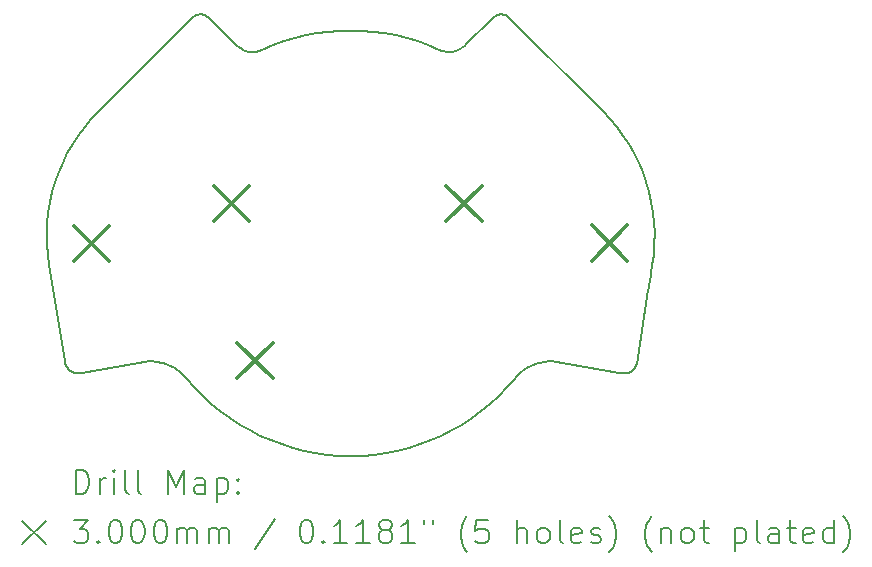
<source format=gbr>
%FSLAX45Y45*%
G04 Gerber Fmt 4.5, Leading zero omitted, Abs format (unit mm)*
G04 Created by KiCad (PCBNEW (6.0.1)) date 2022-01-25 15:54:27*
%MOMM*%
%LPD*%
G01*
G04 APERTURE LIST*
%TA.AperFunction,Profile*%
%ADD10C,0.200000*%
%TD*%
%ADD11C,0.200000*%
%ADD12C,0.300000*%
G04 APERTURE END LIST*
D10*
X10391183Y-8240162D02*
X10296903Y-8222418D01*
X7638747Y-11077176D02*
X7643880Y-11080807D01*
X9425869Y-11701792D02*
X9519904Y-11731279D01*
X8771462Y-8066735D02*
X8766852Y-8065248D01*
X8793404Y-8077603D02*
X8789193Y-8074972D01*
X9519904Y-11731279D02*
X9615616Y-11755621D01*
X10846792Y-8379784D02*
X10831788Y-8379662D01*
X12367243Y-11094750D02*
X12371529Y-11092989D01*
X12431170Y-11019607D02*
X12531170Y-10399605D01*
X7612592Y-9238739D02*
X7573534Y-9317920D01*
X7633828Y-11073305D02*
X7638747Y-11077176D01*
X8688710Y-11220713D02*
X8758468Y-11292186D01*
X11480857Y-11070506D02*
X11463149Y-11083471D01*
X9725438Y-8222418D02*
X9631157Y-8240162D01*
X9712803Y-11774720D02*
X9811261Y-11788482D01*
X11333630Y-11220713D02*
X11399670Y-11145056D01*
X7671719Y-11094709D02*
X7677611Y-11096603D01*
X12145330Y-8881067D02*
X12145330Y-8881067D01*
X7441990Y-9827816D02*
X7451317Y-9739803D01*
X8523131Y-11058557D02*
X8541484Y-11070506D01*
X8667671Y-8090416D02*
X7877010Y-8881067D01*
X8805360Y-8086870D02*
X8801496Y-8083552D01*
X12320620Y-11101137D02*
X12325502Y-11101482D01*
X7689625Y-11099487D02*
X7695724Y-11100472D01*
X12145330Y-8881067D02*
X11354670Y-8090416D01*
X8622670Y-11145056D02*
X8607994Y-11128244D01*
X9207000Y-8378408D02*
X9160614Y-8378784D01*
X9631157Y-8240162D02*
X9537703Y-8262976D01*
X12419174Y-11050724D02*
X12421459Y-11046621D01*
X12416715Y-11054701D02*
X12419174Y-11050724D01*
X12264636Y-9015598D02*
X12207192Y-8946761D01*
X10919480Y-8363814D02*
X10905468Y-8369180D01*
X9243649Y-11627765D02*
X9333716Y-11667255D01*
X7592398Y-11005774D02*
X7593932Y-11011843D01*
X8719281Y-8062960D02*
X8714572Y-8063989D01*
X11228937Y-8077603D02*
X11233147Y-8074972D01*
X12297197Y-11100910D02*
X12292543Y-11100329D01*
X7624662Y-11064886D02*
X7629131Y-11069205D01*
X11220844Y-8083552D02*
X11216981Y-8086870D01*
X8733583Y-8061244D02*
X8728795Y-8061587D01*
X8752736Y-8062159D02*
X8747966Y-8061587D01*
X8679253Y-8080463D02*
X8675265Y-8083552D01*
X11537667Y-11037790D02*
X11518161Y-11047645D01*
X12408347Y-11065835D02*
X12411295Y-11062261D01*
X12576808Y-10095116D02*
X12583315Y-10005695D01*
X11216981Y-8086870D02*
X11213250Y-8090416D01*
X12315933Y-11101449D02*
X12320620Y-11101137D01*
X7732859Y-11099850D02*
X7739030Y-11098637D01*
X12306551Y-11101536D02*
X12301868Y-11101312D01*
X12283311Y-11098637D02*
X11708231Y-10999606D01*
X7457461Y-10184561D02*
X7457461Y-10184561D01*
X10011170Y-8199604D02*
X9915651Y-8202139D01*
X7726664Y-11100742D02*
X7732859Y-11099850D01*
X7714246Y-11101574D02*
X7720456Y-11101316D01*
X10211080Y-11788482D02*
X10309537Y-11774720D01*
X8523131Y-11058557D02*
X8504179Y-11047645D01*
X12335161Y-11101485D02*
X12339926Y-11101152D01*
X7656355Y-9161810D02*
X7704749Y-9087355D01*
X8541484Y-11070506D02*
X8559191Y-11083471D01*
X10502437Y-11731279D02*
X10596472Y-11701792D01*
X10309537Y-11774720D02*
X10406724Y-11755621D01*
X10011170Y-11799606D02*
X10011170Y-11799606D01*
X8709909Y-8065248D02*
X8705298Y-8066735D01*
X12353893Y-11098869D02*
X12358419Y-11097694D01*
X8776011Y-8068451D02*
X8771462Y-8066735D01*
X11293546Y-8061587D02*
X11298316Y-8062159D01*
X12402003Y-11072550D02*
X12405248Y-11069266D01*
X8504179Y-11047645D02*
X8484673Y-11037790D01*
X8747966Y-8061587D02*
X8743177Y-8061244D01*
X7677611Y-11096603D02*
X7683584Y-11098196D01*
X12431170Y-11019607D02*
X12431170Y-11019607D01*
X10801830Y-8376010D02*
X10787004Y-8372457D01*
X10202003Y-8209743D02*
X10106690Y-8202139D01*
X10933101Y-8357387D02*
X10919480Y-8363814D01*
X12391458Y-11081473D02*
X12395102Y-11078658D01*
X11708231Y-10999606D02*
X11708231Y-10999606D01*
X7593932Y-11011843D02*
X7595765Y-11017803D01*
X12358419Y-11097694D02*
X12362871Y-11096320D01*
X12325502Y-11101482D02*
X12330351Y-11101596D01*
X11224833Y-8080463D02*
X11220844Y-8083552D01*
X7649193Y-11084171D02*
X7654645Y-11087245D01*
X12536895Y-10361712D02*
X12539543Y-10342735D01*
X7600303Y-11029356D02*
X7602995Y-11034929D01*
X12580351Y-9827816D02*
X12571024Y-9739803D01*
X11708231Y-10999606D02*
X11708231Y-10999606D01*
X7683584Y-11098196D02*
X7689625Y-11099487D01*
X7439026Y-10005695D02*
X7437869Y-9916521D01*
X8683357Y-8077603D02*
X8679253Y-8080463D01*
X10688625Y-11667255D02*
X10778691Y-11627765D01*
X12423563Y-11042396D02*
X12425481Y-11038055D01*
X8687567Y-8074972D02*
X8683357Y-8077603D01*
X8380415Y-11005136D02*
X8358535Y-11002078D01*
X7595765Y-11017803D02*
X7597891Y-11023644D01*
X12428734Y-11029039D02*
X12430057Y-11024373D01*
X8667671Y-8090416D02*
X8667671Y-8090416D01*
X8988002Y-11480535D02*
X9070588Y-11534309D01*
X12409748Y-9238739D02*
X12365986Y-9161810D01*
X11463149Y-11083471D02*
X11446131Y-11097430D01*
X10772367Y-8367736D02*
X10765138Y-8364934D01*
X9333716Y-11667255D02*
X9425869Y-11701792D01*
X11708231Y-10999606D02*
X11708231Y-10999606D01*
X9445281Y-8290860D02*
X9354098Y-8323813D01*
X8801496Y-8083552D02*
X8797508Y-8080463D01*
X8559191Y-11083471D02*
X8576209Y-11097430D01*
X8780488Y-8070396D02*
X8776011Y-8068451D01*
X8622670Y-11145056D02*
X8622670Y-11145056D01*
X7457461Y-10184561D02*
X7591171Y-10999606D01*
X11283960Y-8061129D02*
X11288757Y-8061244D01*
X10976761Y-8326693D02*
X10970971Y-8331847D01*
X8700750Y-8068451D02*
X8696273Y-8070396D01*
X8671401Y-8086870D02*
X8667671Y-8090416D01*
X7591171Y-10999606D02*
X7592398Y-11005774D01*
X12512523Y-9482145D02*
X12483088Y-9399129D01*
X8714572Y-8063989D02*
X8709909Y-8065248D01*
X7616433Y-11055630D02*
X7620427Y-11060358D01*
X11663805Y-11002078D02*
X11685922Y-11000228D01*
X11663804Y-11002078D02*
X11641925Y-11005136D01*
X11578161Y-11021341D02*
X11557682Y-11029015D01*
X7620427Y-11060358D02*
X7624662Y-11064886D01*
X12339926Y-11101152D02*
X12344640Y-11100603D01*
X10577060Y-8290860D02*
X10484638Y-8262976D01*
X11255489Y-8065248D02*
X11260152Y-8063989D01*
X11250878Y-8066735D02*
X11246330Y-8068451D01*
X12542050Y-10323738D02*
X12542050Y-10323738D01*
X9820338Y-8209743D02*
X9725438Y-8222418D01*
X7815149Y-8946761D02*
X7877010Y-8881067D01*
X12531170Y-10399605D02*
X12534105Y-10380669D01*
X7629131Y-11069205D02*
X7633828Y-11073305D01*
X8789193Y-8074972D02*
X8784885Y-8072570D01*
X11347076Y-8083552D02*
X11350939Y-8086870D01*
X8402012Y-11009380D02*
X8423282Y-11014789D01*
X9537703Y-8262976D02*
X9445281Y-8290860D01*
X11317042Y-8066735D02*
X11321591Y-8068451D01*
X12287913Y-11099572D02*
X12283311Y-11098637D01*
X12395102Y-11078658D02*
X12398619Y-11075682D01*
X7660224Y-11090028D02*
X7665920Y-11092517D01*
X11264861Y-8062960D02*
X11269604Y-8062159D01*
X8705298Y-8066735D02*
X8700750Y-8068451D01*
X12387692Y-11084123D02*
X12391458Y-11081473D01*
X12344640Y-11100603D02*
X12349298Y-11099840D01*
X10861726Y-8378784D02*
X10846792Y-8379784D01*
X11250878Y-8066735D02*
X11255489Y-8065248D01*
X11446131Y-11097430D02*
X11429848Y-11112361D01*
X11228937Y-8077603D02*
X11224833Y-8080463D01*
X8784885Y-8072570D02*
X8780488Y-8070396D01*
X8738380Y-8061129D02*
X8733583Y-8061244D01*
X7597891Y-11023644D02*
X7600303Y-11029356D01*
X7643880Y-11080807D02*
X7649193Y-11084171D01*
X12405248Y-11069266D02*
X12408347Y-11065835D01*
X10946266Y-8349909D02*
X10933101Y-8357387D01*
X12542050Y-10323738D02*
X12564880Y-10184561D01*
X10484638Y-8262976D02*
X10391183Y-8240162D01*
X8402012Y-11009380D02*
X8380415Y-11005136D01*
X8728795Y-8061587D02*
X8724024Y-8062159D01*
X9354098Y-8323813D02*
X9264360Y-8361836D01*
X10296903Y-8222418D02*
X10202003Y-8209743D01*
X8757480Y-8062960D02*
X8752736Y-8062159D01*
X10111556Y-11796809D02*
X10211080Y-11788482D01*
X7539252Y-9399129D02*
X7509818Y-9482145D01*
X7612686Y-11050714D02*
X7616433Y-11055630D01*
X7573534Y-9317920D02*
X7539252Y-9399129D01*
X12427207Y-11033601D02*
X12428734Y-11029039D01*
X11330465Y-8072570D02*
X11334773Y-8074972D01*
X8358535Y-11002078D02*
X8336418Y-11000228D01*
X12583315Y-10005695D02*
X12584472Y-9916521D01*
X9615616Y-11755621D02*
X9712803Y-11774720D01*
X12531170Y-10399605D02*
X12531170Y-10399605D01*
X11190603Y-11359378D02*
X11263873Y-11292186D01*
X7457461Y-10184561D02*
X7445533Y-10095116D01*
X11599058Y-11014789D02*
X11578161Y-11021341D01*
X11326068Y-8070396D02*
X11330465Y-8072570D01*
X8809091Y-8090416D02*
X8805360Y-8086870D01*
X7704749Y-9087355D02*
X7757704Y-9015598D01*
X11269604Y-8062159D02*
X11274375Y-8061587D01*
X9915651Y-8202139D02*
X9820338Y-8209743D01*
X11114023Y-11422193D02*
X11190603Y-11359378D01*
X10106690Y-8202139D02*
X10011170Y-8199604D01*
X10891129Y-8373471D02*
X10876527Y-8376676D01*
X11499209Y-11058557D02*
X11480857Y-11070506D01*
X8762188Y-8063989D02*
X8757480Y-8062960D01*
X8797508Y-8080463D02*
X8793404Y-8077603D01*
X11260152Y-8063989D02*
X11264861Y-8062960D01*
X7602995Y-11034929D02*
X7605961Y-11040353D01*
X11518161Y-11047645D02*
X11499209Y-11058557D01*
X11343087Y-8080463D02*
X11347076Y-8083552D01*
X11274375Y-8061587D02*
X11279163Y-8061244D01*
X10958911Y-8341391D02*
X10946266Y-8349909D01*
X8675265Y-8083552D02*
X8671401Y-8086870D01*
X8691876Y-8072570D02*
X8687567Y-8074972D01*
X8622670Y-11145056D02*
X8688710Y-11220713D01*
X11279163Y-8061244D02*
X11283960Y-8061129D01*
X10011170Y-11799606D02*
X10111556Y-11796809D01*
X12537038Y-9566745D02*
X12512523Y-9482145D01*
X12398619Y-11075682D02*
X12402003Y-11072550D01*
X12365986Y-9161810D02*
X12317591Y-9087355D01*
X9910784Y-11796809D02*
X10011170Y-11799606D01*
X8576209Y-11097430D02*
X8592492Y-11112361D01*
X7720456Y-11101316D02*
X7726664Y-11100742D01*
X12564880Y-10184561D02*
X12576808Y-10095116D01*
X11241853Y-8070396D02*
X11246330Y-8068451D01*
X11334773Y-8074972D02*
X11338984Y-8077603D01*
X10982382Y-8321286D02*
X10976761Y-8326693D01*
X10905468Y-8369180D02*
X10891129Y-8373471D01*
X10668243Y-8323813D02*
X10577060Y-8290860D01*
X10011170Y-11799606D02*
X10011170Y-11799606D01*
X12375722Y-11091042D02*
X12379818Y-11088912D01*
X12207192Y-8946761D02*
X12145330Y-8881067D01*
X11312432Y-8065248D02*
X11317042Y-8066735D01*
X12315933Y-11101449D02*
X12311241Y-11101581D01*
X10831788Y-8379662D02*
X10816780Y-8378408D01*
X7695724Y-11100472D02*
X7701868Y-11101149D01*
X8592492Y-11112361D02*
X8607994Y-11128244D01*
X11350939Y-8086870D02*
X11354670Y-8090416D01*
X8336418Y-11000228D02*
X8314110Y-10999606D01*
X7451317Y-9739803D02*
X7465778Y-9652705D01*
X11263873Y-11292186D02*
X11333630Y-11220713D01*
X8831738Y-11359378D02*
X8908317Y-11422193D01*
X12584472Y-9916521D02*
X12580351Y-9827816D01*
X8464658Y-11029015D02*
X8484673Y-11037790D01*
X11034339Y-11480535D02*
X11114023Y-11422193D01*
X11233147Y-8074972D02*
X11237456Y-8072570D01*
X11307768Y-8063989D02*
X11312432Y-8065248D01*
X12448806Y-9317920D02*
X12409748Y-9238739D01*
X7815149Y-8946761D02*
X7757704Y-9015598D01*
X12483088Y-9399129D02*
X12448806Y-9317920D01*
X8758468Y-11292186D02*
X8831738Y-11359378D01*
X7609193Y-11045618D02*
X7612686Y-11050714D01*
X8444179Y-11021341D02*
X8464658Y-11029015D01*
X12571024Y-9739803D02*
X12556562Y-9652705D01*
X11288757Y-8061244D02*
X11293546Y-8061587D01*
X12539543Y-10342735D02*
X12542050Y-10323738D01*
X12411295Y-11062261D02*
X12414086Y-11058548D01*
X11399670Y-11145056D02*
X11399670Y-11145056D01*
X9160614Y-8378784D02*
X9145814Y-8376676D01*
X12292543Y-11100329D02*
X12287913Y-11099572D01*
X12330351Y-11101596D02*
X12335161Y-11101485D01*
X11213250Y-8090416D02*
X10982382Y-8321286D01*
X11414346Y-11128244D02*
X11399670Y-11145056D01*
X11303060Y-8062960D02*
X11307768Y-8063989D01*
X9102860Y-8363814D02*
X9145814Y-8376676D01*
X12421459Y-11046621D02*
X12423563Y-11042396D01*
X8743177Y-8061244D02*
X8738380Y-8061129D01*
X8423282Y-11014789D02*
X8444179Y-11021341D01*
X11399670Y-11145056D02*
X11399670Y-11145056D01*
X12349298Y-11099840D02*
X12353893Y-11098869D01*
X12425481Y-11038055D02*
X12427207Y-11033601D01*
X12534105Y-10380669D02*
X12536895Y-10361712D01*
X10876527Y-8376676D02*
X10861726Y-8378784D01*
X7877010Y-8881067D02*
X7877010Y-8881067D01*
X12362871Y-11096320D02*
X12367243Y-11094750D01*
X9089240Y-8357387D02*
X9063430Y-8341391D01*
X7612592Y-9238739D02*
X7656355Y-9161810D01*
X11429848Y-11112361D02*
X11414346Y-11128244D01*
X7739030Y-11098637D02*
X8314110Y-10999606D01*
X7708046Y-11101518D02*
X7714246Y-11101574D01*
X7437869Y-9916521D02*
X7441990Y-9827816D01*
X10816780Y-8378408D02*
X10801830Y-8376010D01*
X11298316Y-8062159D02*
X11303060Y-8062960D01*
X10787004Y-8372457D02*
X10772367Y-8367736D01*
X9063430Y-8341391D02*
X9051370Y-8331847D01*
X9045579Y-8326693D02*
X8809091Y-8090416D01*
X10765138Y-8364934D02*
X10757981Y-8361836D01*
X10951752Y-11534309D02*
X11034339Y-11480535D01*
X9102860Y-8363814D02*
X9089240Y-8357387D01*
X11641925Y-11005136D02*
X11620327Y-11009380D01*
X11620327Y-11009380D02*
X11599058Y-11014789D01*
X11557682Y-11029015D02*
X11537667Y-11037790D01*
X10982382Y-8321286D02*
X10982382Y-8321286D01*
X7465778Y-9652705D02*
X7485302Y-9566745D01*
X9070588Y-11534309D02*
X9155872Y-11583418D01*
X11708230Y-10999606D02*
X11685921Y-11000228D01*
X7665920Y-11092517D02*
X7671719Y-11094709D01*
X10406724Y-11755621D02*
X10502437Y-11731279D01*
X12371529Y-11092989D02*
X12375722Y-11091042D01*
X10970971Y-8331847D02*
X10958911Y-8341391D01*
X11241853Y-8070396D02*
X11237456Y-8072570D01*
X12556562Y-9652705D02*
X12537038Y-9566745D01*
X9264360Y-8361836D02*
X9207000Y-8378408D01*
X11321591Y-8068451D02*
X11326068Y-8070396D01*
X12414086Y-11058548D02*
X12416715Y-11054701D01*
X12297197Y-11100910D02*
X12301868Y-11101312D01*
X12379818Y-11088912D02*
X12383810Y-11086604D01*
X9155872Y-11583418D02*
X9243649Y-11627765D01*
X9811261Y-11788482D02*
X9910784Y-11796809D01*
X7445533Y-10095116D02*
X7439026Y-10005695D01*
X12311241Y-11101581D02*
X12306551Y-11101536D01*
X10757980Y-8361836D02*
X10668243Y-8323813D01*
X10866469Y-11583418D02*
X10951752Y-11534309D01*
X11399670Y-11145056D02*
X11399670Y-11145056D01*
X10778691Y-11627765D02*
X10866469Y-11583418D01*
X10596472Y-11701792D02*
X10688625Y-11667255D01*
X9045579Y-8326693D02*
X9051370Y-8331847D01*
X7654645Y-11087245D02*
X7660224Y-11090028D01*
X7509818Y-9482145D02*
X7485302Y-9566745D01*
X12317591Y-9087355D02*
X12264636Y-9015598D01*
X7605961Y-11040353D02*
X7609193Y-11045618D01*
X11338984Y-8077603D02*
X11343087Y-8080463D01*
X12430057Y-11024373D02*
X12431170Y-11019607D01*
X8908317Y-11422193D02*
X8988002Y-11480535D01*
X8766852Y-8065248D02*
X8762188Y-8063989D01*
X8724024Y-8062159D02*
X8719281Y-8062960D01*
X12383810Y-11086604D02*
X12387692Y-11084123D01*
X7701868Y-11101149D02*
X7708046Y-11101518D01*
X8696273Y-8070396D02*
X8691876Y-8072570D01*
D11*
D12*
X7669000Y-9850000D02*
X7969000Y-10150000D01*
X7969000Y-9850000D02*
X7669000Y-10150000D01*
X8851000Y-9514000D02*
X9151000Y-9814000D01*
X9151000Y-9514000D02*
X8851000Y-9814000D01*
X9051937Y-10840571D02*
X9351937Y-11140571D01*
X9351937Y-10840571D02*
X9051937Y-11140571D01*
X10821000Y-9514000D02*
X11121000Y-9814000D01*
X11121000Y-9514000D02*
X10821000Y-9814000D01*
X12053000Y-9849000D02*
X12353000Y-10149000D01*
X12353000Y-9849000D02*
X12053000Y-10149000D01*
D11*
X7685488Y-12120082D02*
X7685488Y-11920082D01*
X7733107Y-11920082D01*
X7761678Y-11929606D01*
X7780726Y-11948654D01*
X7790250Y-11967702D01*
X7799773Y-12005797D01*
X7799773Y-12034368D01*
X7790250Y-12072463D01*
X7780726Y-12091511D01*
X7761678Y-12110559D01*
X7733107Y-12120082D01*
X7685488Y-12120082D01*
X7885488Y-12120082D02*
X7885488Y-11986749D01*
X7885488Y-12024844D02*
X7895012Y-12005797D01*
X7904535Y-11996273D01*
X7923583Y-11986749D01*
X7942631Y-11986749D01*
X8009297Y-12120082D02*
X8009297Y-11986749D01*
X8009297Y-11920082D02*
X7999773Y-11929606D01*
X8009297Y-11939130D01*
X8018821Y-11929606D01*
X8009297Y-11920082D01*
X8009297Y-11939130D01*
X8133107Y-12120082D02*
X8114059Y-12110559D01*
X8104535Y-12091511D01*
X8104535Y-11920082D01*
X8237869Y-12120082D02*
X8218821Y-12110559D01*
X8209297Y-12091511D01*
X8209297Y-11920082D01*
X8466440Y-12120082D02*
X8466440Y-11920082D01*
X8533107Y-12062940D01*
X8599774Y-11920082D01*
X8599774Y-12120082D01*
X8780726Y-12120082D02*
X8780726Y-12015321D01*
X8771202Y-11996273D01*
X8752155Y-11986749D01*
X8714059Y-11986749D01*
X8695012Y-11996273D01*
X8780726Y-12110559D02*
X8761678Y-12120082D01*
X8714059Y-12120082D01*
X8695012Y-12110559D01*
X8685488Y-12091511D01*
X8685488Y-12072463D01*
X8695012Y-12053416D01*
X8714059Y-12043892D01*
X8761678Y-12043892D01*
X8780726Y-12034368D01*
X8875964Y-11986749D02*
X8875964Y-12186749D01*
X8875964Y-11996273D02*
X8895012Y-11986749D01*
X8933107Y-11986749D01*
X8952155Y-11996273D01*
X8961678Y-12005797D01*
X8971202Y-12024844D01*
X8971202Y-12081987D01*
X8961678Y-12101035D01*
X8952155Y-12110559D01*
X8933107Y-12120082D01*
X8895012Y-12120082D01*
X8875964Y-12110559D01*
X9056916Y-12101035D02*
X9066440Y-12110559D01*
X9056916Y-12120082D01*
X9047393Y-12110559D01*
X9056916Y-12101035D01*
X9056916Y-12120082D01*
X9056916Y-11996273D02*
X9066440Y-12005797D01*
X9056916Y-12015321D01*
X9047393Y-12005797D01*
X9056916Y-11996273D01*
X9056916Y-12015321D01*
X7227869Y-12349606D02*
X7427869Y-12549606D01*
X7427869Y-12349606D02*
X7227869Y-12549606D01*
X7666440Y-12340082D02*
X7790250Y-12340082D01*
X7723583Y-12416273D01*
X7752154Y-12416273D01*
X7771202Y-12425797D01*
X7780726Y-12435321D01*
X7790250Y-12454368D01*
X7790250Y-12501987D01*
X7780726Y-12521035D01*
X7771202Y-12530559D01*
X7752154Y-12540082D01*
X7695012Y-12540082D01*
X7675964Y-12530559D01*
X7666440Y-12521035D01*
X7875964Y-12521035D02*
X7885488Y-12530559D01*
X7875964Y-12540082D01*
X7866440Y-12530559D01*
X7875964Y-12521035D01*
X7875964Y-12540082D01*
X8009297Y-12340082D02*
X8028345Y-12340082D01*
X8047393Y-12349606D01*
X8056916Y-12359130D01*
X8066440Y-12378178D01*
X8075964Y-12416273D01*
X8075964Y-12463892D01*
X8066440Y-12501987D01*
X8056916Y-12521035D01*
X8047393Y-12530559D01*
X8028345Y-12540082D01*
X8009297Y-12540082D01*
X7990250Y-12530559D01*
X7980726Y-12521035D01*
X7971202Y-12501987D01*
X7961678Y-12463892D01*
X7961678Y-12416273D01*
X7971202Y-12378178D01*
X7980726Y-12359130D01*
X7990250Y-12349606D01*
X8009297Y-12340082D01*
X8199773Y-12340082D02*
X8218821Y-12340082D01*
X8237869Y-12349606D01*
X8247393Y-12359130D01*
X8256916Y-12378178D01*
X8266440Y-12416273D01*
X8266440Y-12463892D01*
X8256916Y-12501987D01*
X8247393Y-12521035D01*
X8237869Y-12530559D01*
X8218821Y-12540082D01*
X8199773Y-12540082D01*
X8180726Y-12530559D01*
X8171202Y-12521035D01*
X8161678Y-12501987D01*
X8152154Y-12463892D01*
X8152154Y-12416273D01*
X8161678Y-12378178D01*
X8171202Y-12359130D01*
X8180726Y-12349606D01*
X8199773Y-12340082D01*
X8390250Y-12340082D02*
X8409297Y-12340082D01*
X8428345Y-12349606D01*
X8437869Y-12359130D01*
X8447393Y-12378178D01*
X8456916Y-12416273D01*
X8456916Y-12463892D01*
X8447393Y-12501987D01*
X8437869Y-12521035D01*
X8428345Y-12530559D01*
X8409297Y-12540082D01*
X8390250Y-12540082D01*
X8371202Y-12530559D01*
X8361678Y-12521035D01*
X8352154Y-12501987D01*
X8342631Y-12463892D01*
X8342631Y-12416273D01*
X8352154Y-12378178D01*
X8361678Y-12359130D01*
X8371202Y-12349606D01*
X8390250Y-12340082D01*
X8542631Y-12540082D02*
X8542631Y-12406749D01*
X8542631Y-12425797D02*
X8552155Y-12416273D01*
X8571202Y-12406749D01*
X8599774Y-12406749D01*
X8618821Y-12416273D01*
X8628345Y-12435321D01*
X8628345Y-12540082D01*
X8628345Y-12435321D02*
X8637869Y-12416273D01*
X8656916Y-12406749D01*
X8685488Y-12406749D01*
X8704535Y-12416273D01*
X8714059Y-12435321D01*
X8714059Y-12540082D01*
X8809297Y-12540082D02*
X8809297Y-12406749D01*
X8809297Y-12425797D02*
X8818821Y-12416273D01*
X8837869Y-12406749D01*
X8866440Y-12406749D01*
X8885488Y-12416273D01*
X8895012Y-12435321D01*
X8895012Y-12540082D01*
X8895012Y-12435321D02*
X8904535Y-12416273D01*
X8923583Y-12406749D01*
X8952155Y-12406749D01*
X8971202Y-12416273D01*
X8980726Y-12435321D01*
X8980726Y-12540082D01*
X9371202Y-12330559D02*
X9199774Y-12587702D01*
X9628345Y-12340082D02*
X9647393Y-12340082D01*
X9666440Y-12349606D01*
X9675964Y-12359130D01*
X9685488Y-12378178D01*
X9695012Y-12416273D01*
X9695012Y-12463892D01*
X9685488Y-12501987D01*
X9675964Y-12521035D01*
X9666440Y-12530559D01*
X9647393Y-12540082D01*
X9628345Y-12540082D01*
X9609297Y-12530559D01*
X9599774Y-12521035D01*
X9590250Y-12501987D01*
X9580726Y-12463892D01*
X9580726Y-12416273D01*
X9590250Y-12378178D01*
X9599774Y-12359130D01*
X9609297Y-12349606D01*
X9628345Y-12340082D01*
X9780726Y-12521035D02*
X9790250Y-12530559D01*
X9780726Y-12540082D01*
X9771202Y-12530559D01*
X9780726Y-12521035D01*
X9780726Y-12540082D01*
X9980726Y-12540082D02*
X9866440Y-12540082D01*
X9923583Y-12540082D02*
X9923583Y-12340082D01*
X9904535Y-12368654D01*
X9885488Y-12387702D01*
X9866440Y-12397225D01*
X10171202Y-12540082D02*
X10056916Y-12540082D01*
X10114059Y-12540082D02*
X10114059Y-12340082D01*
X10095012Y-12368654D01*
X10075964Y-12387702D01*
X10056916Y-12397225D01*
X10285488Y-12425797D02*
X10266440Y-12416273D01*
X10256916Y-12406749D01*
X10247393Y-12387702D01*
X10247393Y-12378178D01*
X10256916Y-12359130D01*
X10266440Y-12349606D01*
X10285488Y-12340082D01*
X10323583Y-12340082D01*
X10342631Y-12349606D01*
X10352155Y-12359130D01*
X10361678Y-12378178D01*
X10361678Y-12387702D01*
X10352155Y-12406749D01*
X10342631Y-12416273D01*
X10323583Y-12425797D01*
X10285488Y-12425797D01*
X10266440Y-12435321D01*
X10256916Y-12444844D01*
X10247393Y-12463892D01*
X10247393Y-12501987D01*
X10256916Y-12521035D01*
X10266440Y-12530559D01*
X10285488Y-12540082D01*
X10323583Y-12540082D01*
X10342631Y-12530559D01*
X10352155Y-12521035D01*
X10361678Y-12501987D01*
X10361678Y-12463892D01*
X10352155Y-12444844D01*
X10342631Y-12435321D01*
X10323583Y-12425797D01*
X10552155Y-12540082D02*
X10437869Y-12540082D01*
X10495012Y-12540082D02*
X10495012Y-12340082D01*
X10475964Y-12368654D01*
X10456916Y-12387702D01*
X10437869Y-12397225D01*
X10628345Y-12340082D02*
X10628345Y-12378178D01*
X10704535Y-12340082D02*
X10704535Y-12378178D01*
X10999774Y-12616273D02*
X10990250Y-12606749D01*
X10971202Y-12578178D01*
X10961678Y-12559130D01*
X10952155Y-12530559D01*
X10942631Y-12482940D01*
X10942631Y-12444844D01*
X10952155Y-12397225D01*
X10961678Y-12368654D01*
X10971202Y-12349606D01*
X10990250Y-12321035D01*
X10999774Y-12311511D01*
X11171202Y-12340082D02*
X11075964Y-12340082D01*
X11066440Y-12435321D01*
X11075964Y-12425797D01*
X11095012Y-12416273D01*
X11142631Y-12416273D01*
X11161678Y-12425797D01*
X11171202Y-12435321D01*
X11180726Y-12454368D01*
X11180726Y-12501987D01*
X11171202Y-12521035D01*
X11161678Y-12530559D01*
X11142631Y-12540082D01*
X11095012Y-12540082D01*
X11075964Y-12530559D01*
X11066440Y-12521035D01*
X11418821Y-12540082D02*
X11418821Y-12340082D01*
X11504535Y-12540082D02*
X11504535Y-12435321D01*
X11495012Y-12416273D01*
X11475964Y-12406749D01*
X11447393Y-12406749D01*
X11428345Y-12416273D01*
X11418821Y-12425797D01*
X11628345Y-12540082D02*
X11609297Y-12530559D01*
X11599773Y-12521035D01*
X11590250Y-12501987D01*
X11590250Y-12444844D01*
X11599773Y-12425797D01*
X11609297Y-12416273D01*
X11628345Y-12406749D01*
X11656916Y-12406749D01*
X11675964Y-12416273D01*
X11685488Y-12425797D01*
X11695012Y-12444844D01*
X11695012Y-12501987D01*
X11685488Y-12521035D01*
X11675964Y-12530559D01*
X11656916Y-12540082D01*
X11628345Y-12540082D01*
X11809297Y-12540082D02*
X11790250Y-12530559D01*
X11780726Y-12511511D01*
X11780726Y-12340082D01*
X11961678Y-12530559D02*
X11942631Y-12540082D01*
X11904535Y-12540082D01*
X11885488Y-12530559D01*
X11875964Y-12511511D01*
X11875964Y-12435321D01*
X11885488Y-12416273D01*
X11904535Y-12406749D01*
X11942631Y-12406749D01*
X11961678Y-12416273D01*
X11971202Y-12435321D01*
X11971202Y-12454368D01*
X11875964Y-12473416D01*
X12047393Y-12530559D02*
X12066440Y-12540082D01*
X12104535Y-12540082D01*
X12123583Y-12530559D01*
X12133107Y-12511511D01*
X12133107Y-12501987D01*
X12123583Y-12482940D01*
X12104535Y-12473416D01*
X12075964Y-12473416D01*
X12056916Y-12463892D01*
X12047393Y-12444844D01*
X12047393Y-12435321D01*
X12056916Y-12416273D01*
X12075964Y-12406749D01*
X12104535Y-12406749D01*
X12123583Y-12416273D01*
X12199773Y-12616273D02*
X12209297Y-12606749D01*
X12228345Y-12578178D01*
X12237869Y-12559130D01*
X12247393Y-12530559D01*
X12256916Y-12482940D01*
X12256916Y-12444844D01*
X12247393Y-12397225D01*
X12237869Y-12368654D01*
X12228345Y-12349606D01*
X12209297Y-12321035D01*
X12199773Y-12311511D01*
X12561678Y-12616273D02*
X12552154Y-12606749D01*
X12533107Y-12578178D01*
X12523583Y-12559130D01*
X12514059Y-12530559D01*
X12504535Y-12482940D01*
X12504535Y-12444844D01*
X12514059Y-12397225D01*
X12523583Y-12368654D01*
X12533107Y-12349606D01*
X12552154Y-12321035D01*
X12561678Y-12311511D01*
X12637869Y-12406749D02*
X12637869Y-12540082D01*
X12637869Y-12425797D02*
X12647393Y-12416273D01*
X12666440Y-12406749D01*
X12695012Y-12406749D01*
X12714059Y-12416273D01*
X12723583Y-12435321D01*
X12723583Y-12540082D01*
X12847393Y-12540082D02*
X12828345Y-12530559D01*
X12818821Y-12521035D01*
X12809297Y-12501987D01*
X12809297Y-12444844D01*
X12818821Y-12425797D01*
X12828345Y-12416273D01*
X12847393Y-12406749D01*
X12875964Y-12406749D01*
X12895012Y-12416273D01*
X12904535Y-12425797D01*
X12914059Y-12444844D01*
X12914059Y-12501987D01*
X12904535Y-12521035D01*
X12895012Y-12530559D01*
X12875964Y-12540082D01*
X12847393Y-12540082D01*
X12971202Y-12406749D02*
X13047393Y-12406749D01*
X12999773Y-12340082D02*
X12999773Y-12511511D01*
X13009297Y-12530559D01*
X13028345Y-12540082D01*
X13047393Y-12540082D01*
X13266440Y-12406749D02*
X13266440Y-12606749D01*
X13266440Y-12416273D02*
X13285488Y-12406749D01*
X13323583Y-12406749D01*
X13342631Y-12416273D01*
X13352154Y-12425797D01*
X13361678Y-12444844D01*
X13361678Y-12501987D01*
X13352154Y-12521035D01*
X13342631Y-12530559D01*
X13323583Y-12540082D01*
X13285488Y-12540082D01*
X13266440Y-12530559D01*
X13475964Y-12540082D02*
X13456916Y-12530559D01*
X13447393Y-12511511D01*
X13447393Y-12340082D01*
X13637869Y-12540082D02*
X13637869Y-12435321D01*
X13628345Y-12416273D01*
X13609297Y-12406749D01*
X13571202Y-12406749D01*
X13552154Y-12416273D01*
X13637869Y-12530559D02*
X13618821Y-12540082D01*
X13571202Y-12540082D01*
X13552154Y-12530559D01*
X13542631Y-12511511D01*
X13542631Y-12492463D01*
X13552154Y-12473416D01*
X13571202Y-12463892D01*
X13618821Y-12463892D01*
X13637869Y-12454368D01*
X13704535Y-12406749D02*
X13780726Y-12406749D01*
X13733107Y-12340082D02*
X13733107Y-12511511D01*
X13742631Y-12530559D01*
X13761678Y-12540082D01*
X13780726Y-12540082D01*
X13923583Y-12530559D02*
X13904535Y-12540082D01*
X13866440Y-12540082D01*
X13847393Y-12530559D01*
X13837869Y-12511511D01*
X13837869Y-12435321D01*
X13847393Y-12416273D01*
X13866440Y-12406749D01*
X13904535Y-12406749D01*
X13923583Y-12416273D01*
X13933107Y-12435321D01*
X13933107Y-12454368D01*
X13837869Y-12473416D01*
X14104535Y-12540082D02*
X14104535Y-12340082D01*
X14104535Y-12530559D02*
X14085488Y-12540082D01*
X14047393Y-12540082D01*
X14028345Y-12530559D01*
X14018821Y-12521035D01*
X14009297Y-12501987D01*
X14009297Y-12444844D01*
X14018821Y-12425797D01*
X14028345Y-12416273D01*
X14047393Y-12406749D01*
X14085488Y-12406749D01*
X14104535Y-12416273D01*
X14180726Y-12616273D02*
X14190250Y-12606749D01*
X14209297Y-12578178D01*
X14218821Y-12559130D01*
X14228345Y-12530559D01*
X14237869Y-12482940D01*
X14237869Y-12444844D01*
X14228345Y-12397225D01*
X14218821Y-12368654D01*
X14209297Y-12349606D01*
X14190250Y-12321035D01*
X14180726Y-12311511D01*
M02*

</source>
